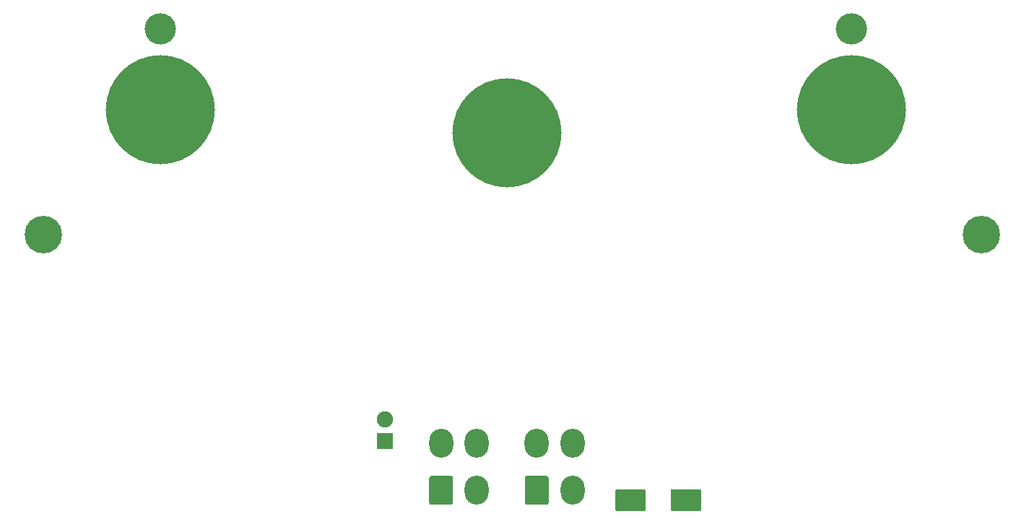
<source format=gbr>
G04 #@! TF.GenerationSoftware,KiCad,Pcbnew,(5.1.6)-1*
G04 #@! TF.CreationDate,2021-02-10T23:01:56+11:00*
G04 #@! TF.ProjectId,SNSR Panel PCB V2,534e5352-2050-4616-9e65-6c2050434220,rev?*
G04 #@! TF.SameCoordinates,Original*
G04 #@! TF.FileFunction,Soldermask,Bot*
G04 #@! TF.FilePolarity,Negative*
%FSLAX46Y46*%
G04 Gerber Fmt 4.6, Leading zero omitted, Abs format (unit mm)*
G04 Created by KiCad (PCBNEW (5.1.6)-1) date 2021-02-10 23:01:56*
%MOMM*%
%LPD*%
G01*
G04 APERTURE LIST*
%ADD10C,12.800000*%
%ADD11C,3.672000*%
%ADD12C,4.400000*%
%ADD13O,2.800000X3.400000*%
%ADD14C,1.900000*%
%ADD15R,1.900000X1.900000*%
G04 APERTURE END LIST*
D10*
G04 #@! TO.C,5*
X192283259Y-65457402D03*
X192283259Y-65457402D03*
D11*
X192283259Y-55932402D03*
G04 #@! TD*
D10*
G04 #@! TO.C,4*
X151897259Y-68124402D03*
G04 #@! TD*
G04 #@! TO.C,3*
X111257259Y-65457402D03*
X111257259Y-65457402D03*
D11*
X111257259Y-55932402D03*
G04 #@! TD*
D12*
G04 #@! TO.C,2*
X97541259Y-80062402D03*
G04 #@! TD*
G04 #@! TO.C,1*
X207523258Y-80062402D03*
G04 #@! TD*
D13*
G04 #@! TO.C,J2*
X148400000Y-104600000D03*
X144200000Y-104600000D03*
X148400000Y-110100000D03*
G36*
G01*
X142800000Y-111540740D02*
X142800000Y-108659260D01*
G75*
G02*
X143059260Y-108400000I259260J0D01*
G01*
X145340740Y-108400000D01*
G75*
G02*
X145600000Y-108659260I0J-259260D01*
G01*
X145600000Y-111540740D01*
G75*
G02*
X145340740Y-111800000I-259260J0D01*
G01*
X143059260Y-111800000D01*
G75*
G02*
X142800000Y-111540740I0J259260D01*
G01*
G37*
G04 #@! TD*
G04 #@! TO.C,J1*
X159600000Y-104600000D03*
X155400000Y-104600000D03*
X159600000Y-110100000D03*
G36*
G01*
X154000000Y-111540740D02*
X154000000Y-108659260D01*
G75*
G02*
X154259260Y-108400000I259260J0D01*
G01*
X156540740Y-108400000D01*
G75*
G02*
X156800000Y-108659260I0J-259260D01*
G01*
X156800000Y-111540740D01*
G75*
G02*
X156540740Y-111800000I-259260J0D01*
G01*
X154259260Y-111800000D01*
G75*
G02*
X154000000Y-111540740I0J259260D01*
G01*
G37*
G04 #@! TD*
D14*
G04 #@! TO.C,D1*
X137650000Y-101810000D03*
D15*
X137650000Y-104350000D03*
G04 #@! TD*
G04 #@! TO.C,C1*
G36*
G01*
X171100000Y-112290000D02*
X171100000Y-110210000D01*
G75*
G02*
X171360000Y-109950000I260000J0D01*
G01*
X174440000Y-109950000D01*
G75*
G02*
X174700000Y-110210000I0J-260000D01*
G01*
X174700000Y-112290000D01*
G75*
G02*
X174440000Y-112550000I-260000J0D01*
G01*
X171360000Y-112550000D01*
G75*
G02*
X171100000Y-112290000I0J260000D01*
G01*
G37*
G36*
G01*
X164600000Y-112290000D02*
X164600000Y-110210000D01*
G75*
G02*
X164860000Y-109950000I260000J0D01*
G01*
X167940000Y-109950000D01*
G75*
G02*
X168200000Y-110210000I0J-260000D01*
G01*
X168200000Y-112290000D01*
G75*
G02*
X167940000Y-112550000I-260000J0D01*
G01*
X164860000Y-112550000D01*
G75*
G02*
X164600000Y-112290000I0J260000D01*
G01*
G37*
G04 #@! TD*
M02*

</source>
